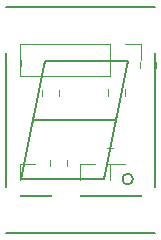
<source format=gbr>
%TF.GenerationSoftware,KiCad,Pcbnew,5.1.9+dfsg1-1+deb11u1*%
%TF.CreationDate,2024-08-22T01:22:47-07:00*%
%TF.ProjectId,micro7Decoder,6d696372-6f37-4446-9563-6f6465722e6b,rev?*%
%TF.SameCoordinates,Original*%
%TF.FileFunction,Legend,Top*%
%TF.FilePolarity,Positive*%
%FSLAX46Y46*%
G04 Gerber Fmt 4.6, Leading zero omitted, Abs format (unit mm)*
G04 Created by KiCad (PCBNEW 5.1.9+dfsg1-1+deb11u1) date 2024-08-22 01:22:47*
%MOMM*%
%LPD*%
G01*
G04 APERTURE LIST*
%ADD10C,0.120000*%
%ADD11C,0.150000*%
G04 APERTURE END LIST*
D10*
%TO.C,J4*%
X144720000Y-80070000D02*
X147380000Y-80070000D01*
X144720000Y-80010000D02*
X144720000Y-80070000D01*
X147380000Y-80010000D02*
X147380000Y-80070000D01*
X144720000Y-80010000D02*
X147380000Y-80010000D01*
X144720000Y-78740000D02*
X144720000Y-77410000D01*
X144720000Y-77410000D02*
X146050000Y-77410000D01*
%TO.C,R7*%
X138355000Y-68563748D02*
X138355000Y-69086252D01*
X139775000Y-68563748D02*
X139775000Y-69086252D01*
%TO.C,R6*%
X141530000Y-71103748D02*
X141530000Y-71626252D01*
X142950000Y-71103748D02*
X142950000Y-71626252D01*
%TO.C,R5*%
X139775000Y-78611252D02*
X139775000Y-78088748D01*
X138355000Y-78611252D02*
X138355000Y-78088748D01*
%TO.C,R4*%
X143648500Y-77549752D02*
X143648500Y-77027248D01*
X142228500Y-77549752D02*
X142228500Y-77027248D01*
%TO.C,R3*%
X147572252Y-75998000D02*
X147049748Y-75998000D01*
X147572252Y-77418000D02*
X147049748Y-77418000D01*
%TO.C,R2*%
X149785000Y-68708748D02*
X149785000Y-69231252D01*
X151205000Y-68708748D02*
X151205000Y-69231252D01*
%TO.C,R1*%
X147118000Y-71070948D02*
X147118000Y-71593452D01*
X148538000Y-71070948D02*
X148538000Y-71593452D01*
%TO.C,J3*%
X149920000Y-67250000D02*
X149920000Y-68580000D01*
X148590000Y-67250000D02*
X149920000Y-67250000D01*
X147320000Y-67250000D02*
X147320000Y-69910000D01*
X147320000Y-69910000D02*
X139640000Y-69910000D01*
X147320000Y-67250000D02*
X139640000Y-67250000D01*
X139640000Y-67250000D02*
X139640000Y-69910000D01*
%TO.C,J2*%
X139640000Y-77410000D02*
X140970000Y-77410000D01*
X139640000Y-78740000D02*
X139640000Y-77410000D01*
X139640000Y-80010000D02*
X142300000Y-80010000D01*
X142300000Y-80010000D02*
X142300000Y-80070000D01*
X139640000Y-80010000D02*
X139640000Y-80070000D01*
X139640000Y-80070000D02*
X142300000Y-80070000D01*
%TO.C,J1*%
X147260000Y-77410000D02*
X148590000Y-77410000D01*
X147260000Y-78740000D02*
X147260000Y-77410000D01*
X147260000Y-80010000D02*
X149920000Y-80010000D01*
X149920000Y-80010000D02*
X149920000Y-80070000D01*
X147260000Y-80010000D02*
X147260000Y-80070000D01*
X147260000Y-80070000D02*
X149920000Y-80070000D01*
D11*
%TO.C,AFF1*%
X141780000Y-68660000D02*
X140780000Y-73660000D01*
X140780000Y-73660000D02*
X139780000Y-78660000D01*
X139780000Y-78660000D02*
X146780000Y-78660000D01*
X146780000Y-78660000D02*
X147780000Y-73660000D01*
X148780000Y-68660000D02*
X147780000Y-73660000D01*
X147780000Y-73660000D02*
X140780000Y-73660000D01*
X141780000Y-68660000D02*
X148780000Y-68660000D01*
X151080000Y-83260000D02*
X138480000Y-83260000D01*
X138480000Y-67960000D02*
X138480000Y-79360000D01*
X151080000Y-67960000D02*
X151080000Y-79360000D01*
X138480000Y-64060000D02*
X151080000Y-64060000D01*
X149227214Y-78660000D02*
G75*
G03*
X149227214Y-78660000I-447214J0D01*
G01*
%TD*%
M02*

</source>
